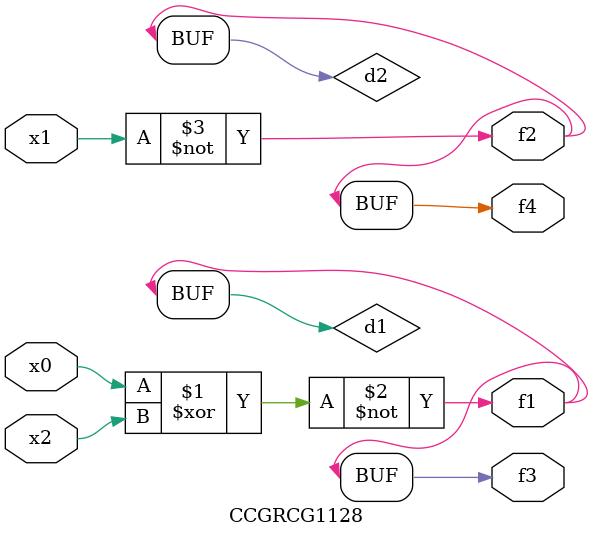
<source format=v>
module CCGRCG1128(
	input x0, x1, x2,
	output f1, f2, f3, f4
);

	wire d1, d2, d3;

	xnor (d1, x0, x2);
	nand (d2, x1);
	nor (d3, x1, x2);
	assign f1 = d1;
	assign f2 = d2;
	assign f3 = d1;
	assign f4 = d2;
endmodule

</source>
